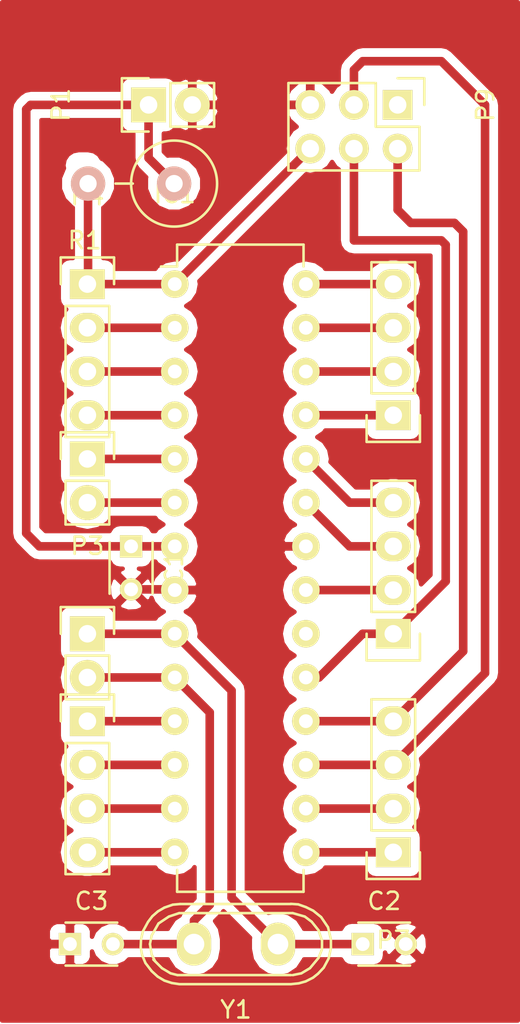
<source format=kicad_pcb>
(kicad_pcb (version 4) (host pcbnew 4.0.0-1rc2.201511201506+6189~38~ubuntu15.04.1-stable)

  (general
    (links 44)
    (no_connects 2)
    (area 0 0 0 0)
    (thickness 1.6)
    (drawings 0)
    (tracks 70)
    (zones 0)
    (modules 15)
    (nets 27)
  )

  (page A4)
  (layers
    (0 F.Cu signal)
    (31 B.Cu signal)
    (32 B.Adhes user)
    (33 F.Adhes user)
    (34 B.Paste user)
    (35 F.Paste user)
    (36 B.SilkS user)
    (37 F.SilkS user)
    (38 B.Mask user)
    (39 F.Mask user)
    (40 Dwgs.User user)
    (41 Cmts.User user)
    (42 Eco1.User user)
    (43 Eco2.User user)
    (44 Edge.Cuts user)
    (45 Margin user)
    (46 B.CrtYd user)
    (47 F.CrtYd user)
    (48 B.Fab user)
    (49 F.Fab user)
  )

  (setup
    (last_trace_width 0.5)
    (trace_clearance 0.3)
    (zone_clearance 0.508)
    (zone_45_only no)
    (trace_min 0.2)
    (segment_width 0.2)
    (edge_width 0.1)
    (via_size 0.6)
    (via_drill 0.4)
    (via_min_size 0.4)
    (via_min_drill 0.3)
    (uvia_size 0.3)
    (uvia_drill 0.1)
    (uvias_allowed no)
    (uvia_min_size 0.2)
    (uvia_min_drill 0.1)
    (pcb_text_width 0.3)
    (pcb_text_size 1.5 1.5)
    (mod_edge_width 0.15)
    (mod_text_size 1 1)
    (mod_text_width 0.15)
    (pad_size 1.5 1.5)
    (pad_drill 0.6)
    (pad_to_mask_clearance 0)
    (aux_axis_origin 0 0)
    (visible_elements FFFFFF7F)
    (pcbplotparams
      (layerselection 0x00030_80000001)
      (usegerberextensions false)
      (excludeedgelayer true)
      (linewidth 0.100000)
      (plotframeref false)
      (viasonmask false)
      (mode 1)
      (useauxorigin false)
      (hpglpennumber 1)
      (hpglpenspeed 20)
      (hpglpendiameter 15)
      (hpglpenoverlay 2)
      (psnegative false)
      (psa4output false)
      (plotreference true)
      (plotvalue true)
      (plotinvisibletext false)
      (padsonsilk false)
      (subtractmaskfromsilk false)
      (outputformat 1)
      (mirror false)
      (drillshape 1)
      (scaleselection 1)
      (outputdirectory ""))
  )

  (net 0 "")
  (net 1 +5V)
  (net 2 GND)
  (net 3 XTAL1)
  (net 4 XTAL2)
  (net 5 RESET)
  (net 6 PD0)
  (net 7 PD1)
  (net 8 PD2)
  (net 9 PD3)
  (net 10 PD4)
  (net 11 PD5)
  (net 12 PD6)
  (net 13 PD7)
  (net 14 PB0)
  (net 15 PB1)
  (net 16 PB2)
  (net 17 MOSI)
  (net 18 MISO)
  (net 19 SCK)
  (net 20 AREF)
  (net 21 PC0)
  (net 22 PC1)
  (net 23 PC2)
  (net 24 PC3)
  (net 25 PC4)
  (net 26 PC5)

  (net_class Default "This is the default net class."
    (clearance 0.3)
    (trace_width 0.5)
    (via_dia 0.6)
    (via_drill 0.4)
    (uvia_dia 0.3)
    (uvia_drill 0.1)
    (add_net +5V)
    (add_net AREF)
    (add_net GND)
    (add_net MISO)
    (add_net MOSI)
    (add_net PB0)
    (add_net PB1)
    (add_net PB2)
    (add_net PC0)
    (add_net PC1)
    (add_net PC2)
    (add_net PC3)
    (add_net PC4)
    (add_net PC5)
    (add_net PD0)
    (add_net PD1)
    (add_net PD2)
    (add_net PD3)
    (add_net PD4)
    (add_net PD5)
    (add_net PD6)
    (add_net PD7)
    (add_net RESET)
    (add_net SCK)
    (add_net XTAL1)
    (add_net XTAL2)
  )

  (module Capacitors_ThroughHole:C_Disc_D3_P2.5 (layer F.Cu) (tedit 568FE51D) (tstamp 568FE3DD)
    (at 19.812 44.45 270)
    (descr "Capacitor 3mm Disc, Pitch 2.5mm")
    (tags Capacitor)
    (path /568D630B)
    (fp_text reference C1 (at 1.25 -2.5 270) (layer F.SilkS)
      (effects (font (size 1 1) (thickness 0.15)))
    )
    (fp_text value 100mF (at 1.25 2.5 360) (layer F.Fab)
      (effects (font (size 1 1) (thickness 0.15)))
    )
    (fp_line (start -0.9 -1.5) (end 3.4 -1.5) (layer F.CrtYd) (width 0.05))
    (fp_line (start 3.4 -1.5) (end 3.4 1.5) (layer F.CrtYd) (width 0.05))
    (fp_line (start 3.4 1.5) (end -0.9 1.5) (layer F.CrtYd) (width 0.05))
    (fp_line (start -0.9 1.5) (end -0.9 -1.5) (layer F.CrtYd) (width 0.05))
    (fp_line (start -0.25 -1.25) (end 2.75 -1.25) (layer F.SilkS) (width 0.15))
    (fp_line (start 2.75 1.25) (end -0.25 1.25) (layer F.SilkS) (width 0.15))
    (pad 1 thru_hole rect (at 0 0 270) (size 1.3 1.3) (drill 0.8) (layers *.Cu *.Mask F.SilkS)
      (net 1 +5V))
    (pad 2 thru_hole circle (at 2.5 0 270) (size 1.3 1.3) (drill 0.8001) (layers *.Cu *.Mask F.SilkS)
      (net 2 GND))
    (model Capacitors_ThroughHole.3dshapes/C_Disc_D3_P2.5.wrl
      (at (xyz 0.0492126 0 0))
      (scale (xyz 1 1 1))
      (rotate (xyz 0 0 0))
    )
  )

  (module Capacitors_ThroughHole:C_Disc_D3_P2.5 (layer F.Cu) (tedit 0) (tstamp 568FE3E3)
    (at 33.274 67.564)
    (descr "Capacitor 3mm Disc, Pitch 2.5mm")
    (tags Capacitor)
    (path /568D6C7A)
    (fp_text reference C2 (at 1.25 -2.5) (layer F.SilkS)
      (effects (font (size 1 1) (thickness 0.15)))
    )
    (fp_text value 22pF (at 1.25 2.5) (layer F.Fab)
      (effects (font (size 1 1) (thickness 0.15)))
    )
    (fp_line (start -0.9 -1.5) (end 3.4 -1.5) (layer F.CrtYd) (width 0.05))
    (fp_line (start 3.4 -1.5) (end 3.4 1.5) (layer F.CrtYd) (width 0.05))
    (fp_line (start 3.4 1.5) (end -0.9 1.5) (layer F.CrtYd) (width 0.05))
    (fp_line (start -0.9 1.5) (end -0.9 -1.5) (layer F.CrtYd) (width 0.05))
    (fp_line (start -0.25 -1.25) (end 2.75 -1.25) (layer F.SilkS) (width 0.15))
    (fp_line (start 2.75 1.25) (end -0.25 1.25) (layer F.SilkS) (width 0.15))
    (pad 1 thru_hole rect (at 0 0) (size 1.3 1.3) (drill 0.8) (layers *.Cu *.Mask F.SilkS)
      (net 3 XTAL1))
    (pad 2 thru_hole circle (at 2.5 0) (size 1.3 1.3) (drill 0.8001) (layers *.Cu *.Mask F.SilkS)
      (net 2 GND))
    (model Capacitors_ThroughHole.3dshapes/C_Disc_D3_P2.5.wrl
      (at (xyz 0.0492126 0 0))
      (scale (xyz 1 1 1))
      (rotate (xyz 0 0 0))
    )
  )

  (module Capacitors_ThroughHole:C_Disc_D3_P2.5 (layer F.Cu) (tedit 0) (tstamp 568FE3E9)
    (at 16.256 67.564)
    (descr "Capacitor 3mm Disc, Pitch 2.5mm")
    (tags Capacitor)
    (path /568D6CB7)
    (fp_text reference C3 (at 1.25 -2.5) (layer F.SilkS)
      (effects (font (size 1 1) (thickness 0.15)))
    )
    (fp_text value 22pF (at 1.25 2.5) (layer F.Fab)
      (effects (font (size 1 1) (thickness 0.15)))
    )
    (fp_line (start -0.9 -1.5) (end 3.4 -1.5) (layer F.CrtYd) (width 0.05))
    (fp_line (start 3.4 -1.5) (end 3.4 1.5) (layer F.CrtYd) (width 0.05))
    (fp_line (start 3.4 1.5) (end -0.9 1.5) (layer F.CrtYd) (width 0.05))
    (fp_line (start -0.9 1.5) (end -0.9 -1.5) (layer F.CrtYd) (width 0.05))
    (fp_line (start -0.25 -1.25) (end 2.75 -1.25) (layer F.SilkS) (width 0.15))
    (fp_line (start 2.75 1.25) (end -0.25 1.25) (layer F.SilkS) (width 0.15))
    (pad 1 thru_hole rect (at 0 0) (size 1.3 1.3) (drill 0.8) (layers *.Cu *.Mask F.SilkS)
      (net 2 GND))
    (pad 2 thru_hole circle (at 2.5 0) (size 1.3 1.3) (drill 0.8001) (layers *.Cu *.Mask F.SilkS)
      (net 4 XTAL2))
    (model Capacitors_ThroughHole.3dshapes/C_Disc_D3_P2.5.wrl
      (at (xyz 0.0492126 0 0))
      (scale (xyz 1 1 1))
      (rotate (xyz 0 0 0))
    )
  )

  (module Housings_DIP:DIP-28_W7.62mm (layer F.Cu) (tedit 54130A77) (tstamp 568FE409)
    (at 22.352 29.21)
    (descr "28-lead dip package, row spacing 7.62 mm (300 mils)")
    (tags "dil dip 2.54 300")
    (path /568D613D)
    (fp_text reference IC1 (at 0 -5.22) (layer F.SilkS)
      (effects (font (size 1 1) (thickness 0.15)))
    )
    (fp_text value ATMEGA328-P (at 0 -3.72) (layer F.Fab)
      (effects (font (size 1 1) (thickness 0.15)))
    )
    (fp_line (start -1.05 -2.45) (end -1.05 35.5) (layer F.CrtYd) (width 0.05))
    (fp_line (start 8.65 -2.45) (end 8.65 35.5) (layer F.CrtYd) (width 0.05))
    (fp_line (start -1.05 -2.45) (end 8.65 -2.45) (layer F.CrtYd) (width 0.05))
    (fp_line (start -1.05 35.5) (end 8.65 35.5) (layer F.CrtYd) (width 0.05))
    (fp_line (start 0.135 -2.295) (end 0.135 -1.025) (layer F.SilkS) (width 0.15))
    (fp_line (start 7.485 -2.295) (end 7.485 -1.025) (layer F.SilkS) (width 0.15))
    (fp_line (start 7.485 35.315) (end 7.485 34.045) (layer F.SilkS) (width 0.15))
    (fp_line (start 0.135 35.315) (end 0.135 34.045) (layer F.SilkS) (width 0.15))
    (fp_line (start 0.135 -2.295) (end 7.485 -2.295) (layer F.SilkS) (width 0.15))
    (fp_line (start 0.135 35.315) (end 7.485 35.315) (layer F.SilkS) (width 0.15))
    (fp_line (start 0.135 -1.025) (end -0.8 -1.025) (layer F.SilkS) (width 0.15))
    (pad 1 thru_hole oval (at 0 0) (size 1.6 1.6) (drill 0.8) (layers *.Cu *.Mask F.SilkS)
      (net 5 RESET))
    (pad 2 thru_hole oval (at 0 2.54) (size 1.6 1.6) (drill 0.8) (layers *.Cu *.Mask F.SilkS)
      (net 6 PD0))
    (pad 3 thru_hole oval (at 0 5.08) (size 1.6 1.6) (drill 0.8) (layers *.Cu *.Mask F.SilkS)
      (net 7 PD1))
    (pad 4 thru_hole oval (at 0 7.62) (size 1.6 1.6) (drill 0.8) (layers *.Cu *.Mask F.SilkS)
      (net 8 PD2))
    (pad 5 thru_hole oval (at 0 10.16) (size 1.6 1.6) (drill 0.8) (layers *.Cu *.Mask F.SilkS)
      (net 9 PD3))
    (pad 6 thru_hole oval (at 0 12.7) (size 1.6 1.6) (drill 0.8) (layers *.Cu *.Mask F.SilkS)
      (net 10 PD4))
    (pad 7 thru_hole oval (at 0 15.24) (size 1.6 1.6) (drill 0.8) (layers *.Cu *.Mask F.SilkS)
      (net 1 +5V))
    (pad 8 thru_hole oval (at 0 17.78) (size 1.6 1.6) (drill 0.8) (layers *.Cu *.Mask F.SilkS)
      (net 2 GND))
    (pad 9 thru_hole oval (at 0 20.32) (size 1.6 1.6) (drill 0.8) (layers *.Cu *.Mask F.SilkS)
      (net 3 XTAL1))
    (pad 10 thru_hole oval (at 0 22.86) (size 1.6 1.6) (drill 0.8) (layers *.Cu *.Mask F.SilkS)
      (net 4 XTAL2))
    (pad 11 thru_hole oval (at 0 25.4) (size 1.6 1.6) (drill 0.8) (layers *.Cu *.Mask F.SilkS)
      (net 11 PD5))
    (pad 12 thru_hole oval (at 0 27.94) (size 1.6 1.6) (drill 0.8) (layers *.Cu *.Mask F.SilkS)
      (net 12 PD6))
    (pad 13 thru_hole oval (at 0 30.48) (size 1.6 1.6) (drill 0.8) (layers *.Cu *.Mask F.SilkS)
      (net 13 PD7))
    (pad 14 thru_hole oval (at 0 33.02) (size 1.6 1.6) (drill 0.8) (layers *.Cu *.Mask F.SilkS)
      (net 14 PB0))
    (pad 15 thru_hole oval (at 7.62 33.02) (size 1.6 1.6) (drill 0.8) (layers *.Cu *.Mask F.SilkS)
      (net 15 PB1))
    (pad 16 thru_hole oval (at 7.62 30.48) (size 1.6 1.6) (drill 0.8) (layers *.Cu *.Mask F.SilkS)
      (net 16 PB2))
    (pad 17 thru_hole oval (at 7.62 27.94) (size 1.6 1.6) (drill 0.8) (layers *.Cu *.Mask F.SilkS)
      (net 17 MOSI))
    (pad 18 thru_hole oval (at 7.62 25.4) (size 1.6 1.6) (drill 0.8) (layers *.Cu *.Mask F.SilkS)
      (net 18 MISO))
    (pad 19 thru_hole oval (at 7.62 22.86) (size 1.6 1.6) (drill 0.8) (layers *.Cu *.Mask F.SilkS)
      (net 19 SCK))
    (pad 20 thru_hole oval (at 7.62 20.32) (size 1.6 1.6) (drill 0.8) (layers *.Cu *.Mask F.SilkS)
      (net 1 +5V))
    (pad 21 thru_hole oval (at 7.62 17.78) (size 1.6 1.6) (drill 0.8) (layers *.Cu *.Mask F.SilkS)
      (net 20 AREF))
    (pad 22 thru_hole oval (at 7.62 15.24) (size 1.6 1.6) (drill 0.8) (layers *.Cu *.Mask F.SilkS)
      (net 2 GND))
    (pad 23 thru_hole oval (at 7.62 12.7) (size 1.6 1.6) (drill 0.8) (layers *.Cu *.Mask F.SilkS)
      (net 21 PC0))
    (pad 24 thru_hole oval (at 7.62 10.16) (size 1.6 1.6) (drill 0.8) (layers *.Cu *.Mask F.SilkS)
      (net 22 PC1))
    (pad 25 thru_hole oval (at 7.62 7.62) (size 1.6 1.6) (drill 0.8) (layers *.Cu *.Mask F.SilkS)
      (net 23 PC2))
    (pad 26 thru_hole oval (at 7.62 5.08) (size 1.6 1.6) (drill 0.8) (layers *.Cu *.Mask F.SilkS)
      (net 24 PC3))
    (pad 27 thru_hole oval (at 7.62 2.54) (size 1.6 1.6) (drill 0.8) (layers *.Cu *.Mask F.SilkS)
      (net 25 PC4))
    (pad 28 thru_hole oval (at 7.62 0) (size 1.6 1.6) (drill 0.8) (layers *.Cu *.Mask F.SilkS)
      (net 26 PC5))
    (model Housings_DIP.3dshapes/DIP-28_W7.62mm.wrl
      (at (xyz 0 0 0))
      (scale (xyz 1 1 1))
      (rotate (xyz 0 0 0))
    )
  )

  (module Pin_Headers:Pin_Header_Straight_1x02 (layer F.Cu) (tedit 54EA090C) (tstamp 568FE40F)
    (at 20.828 18.796 90)
    (descr "Through hole pin header")
    (tags "pin header")
    (path /568DB809)
    (fp_text reference P1 (at 0 -5.1 90) (layer F.SilkS)
      (effects (font (size 1 1) (thickness 0.15)))
    )
    (fp_text value CONN_01X02 (at 0 -3.1 90) (layer F.Fab)
      (effects (font (size 1 1) (thickness 0.15)))
    )
    (fp_line (start 1.27 1.27) (end 1.27 3.81) (layer F.SilkS) (width 0.15))
    (fp_line (start 1.55 -1.55) (end 1.55 0) (layer F.SilkS) (width 0.15))
    (fp_line (start -1.75 -1.75) (end -1.75 4.3) (layer F.CrtYd) (width 0.05))
    (fp_line (start 1.75 -1.75) (end 1.75 4.3) (layer F.CrtYd) (width 0.05))
    (fp_line (start -1.75 -1.75) (end 1.75 -1.75) (layer F.CrtYd) (width 0.05))
    (fp_line (start -1.75 4.3) (end 1.75 4.3) (layer F.CrtYd) (width 0.05))
    (fp_line (start 1.27 1.27) (end -1.27 1.27) (layer F.SilkS) (width 0.15))
    (fp_line (start -1.55 0) (end -1.55 -1.55) (layer F.SilkS) (width 0.15))
    (fp_line (start -1.55 -1.55) (end 1.55 -1.55) (layer F.SilkS) (width 0.15))
    (fp_line (start -1.27 1.27) (end -1.27 3.81) (layer F.SilkS) (width 0.15))
    (fp_line (start -1.27 3.81) (end 1.27 3.81) (layer F.SilkS) (width 0.15))
    (pad 1 thru_hole rect (at 0 0 90) (size 2.032 2.032) (drill 1.016) (layers *.Cu *.Mask F.SilkS)
      (net 1 +5V))
    (pad 2 thru_hole oval (at 0 2.54 90) (size 2.032 2.032) (drill 1.016) (layers *.Cu *.Mask F.SilkS)
      (net 2 GND))
    (model Pin_Headers.3dshapes/Pin_Header_Straight_1x02.wrl
      (at (xyz 0 -0.05 0))
      (scale (xyz 1 1 1))
      (rotate (xyz 0 0 90))
    )
  )

  (module Pin_Headers:Pin_Header_Straight_1x04 (layer F.Cu) (tedit 0) (tstamp 568FE417)
    (at 17.272 54.61)
    (descr "Through hole pin header")
    (tags "pin header")
    (path /568D8BC4)
    (fp_text reference P2 (at 0 -5.1) (layer F.SilkS)
      (effects (font (size 1 1) (thickness 0.15)))
    )
    (fp_text value Conn_3 (at 0 -3.1) (layer F.Fab)
      (effects (font (size 1 1) (thickness 0.15)))
    )
    (fp_line (start -1.75 -1.75) (end -1.75 9.4) (layer F.CrtYd) (width 0.05))
    (fp_line (start 1.75 -1.75) (end 1.75 9.4) (layer F.CrtYd) (width 0.05))
    (fp_line (start -1.75 -1.75) (end 1.75 -1.75) (layer F.CrtYd) (width 0.05))
    (fp_line (start -1.75 9.4) (end 1.75 9.4) (layer F.CrtYd) (width 0.05))
    (fp_line (start -1.27 1.27) (end -1.27 8.89) (layer F.SilkS) (width 0.15))
    (fp_line (start 1.27 1.27) (end 1.27 8.89) (layer F.SilkS) (width 0.15))
    (fp_line (start 1.55 -1.55) (end 1.55 0) (layer F.SilkS) (width 0.15))
    (fp_line (start -1.27 8.89) (end 1.27 8.89) (layer F.SilkS) (width 0.15))
    (fp_line (start 1.27 1.27) (end -1.27 1.27) (layer F.SilkS) (width 0.15))
    (fp_line (start -1.55 0) (end -1.55 -1.55) (layer F.SilkS) (width 0.15))
    (fp_line (start -1.55 -1.55) (end 1.55 -1.55) (layer F.SilkS) (width 0.15))
    (pad 1 thru_hole rect (at 0 0) (size 2.032 1.7272) (drill 1.016) (layers *.Cu *.Mask F.SilkS)
      (net 11 PD5))
    (pad 2 thru_hole oval (at 0 2.54) (size 2.032 1.7272) (drill 1.016) (layers *.Cu *.Mask F.SilkS)
      (net 12 PD6))
    (pad 3 thru_hole oval (at 0 5.08) (size 2.032 1.7272) (drill 1.016) (layers *.Cu *.Mask F.SilkS)
      (net 13 PD7))
    (pad 4 thru_hole oval (at 0 7.62) (size 2.032 1.7272) (drill 1.016) (layers *.Cu *.Mask F.SilkS)
      (net 14 PB0))
    (model Pin_Headers.3dshapes/Pin_Header_Straight_1x04.wrl
      (at (xyz 0 -0.15 0))
      (scale (xyz 1 1 1))
      (rotate (xyz 0 0 90))
    )
  )

  (module Pin_Headers:Pin_Header_Straight_1x02 (layer F.Cu) (tedit 54EA090C) (tstamp 568FE41D)
    (at 17.272 49.53)
    (descr "Through hole pin header")
    (tags "pin header")
    (path /568FDE7D)
    (fp_text reference P3 (at 0 -5.1) (layer F.SilkS)
      (effects (font (size 1 1) (thickness 0.15)))
    )
    (fp_text value Conn_2b (at 0 -3.1) (layer F.Fab)
      (effects (font (size 1 1) (thickness 0.15)))
    )
    (fp_line (start 1.27 1.27) (end 1.27 3.81) (layer F.SilkS) (width 0.15))
    (fp_line (start 1.55 -1.55) (end 1.55 0) (layer F.SilkS) (width 0.15))
    (fp_line (start -1.75 -1.75) (end -1.75 4.3) (layer F.CrtYd) (width 0.05))
    (fp_line (start 1.75 -1.75) (end 1.75 4.3) (layer F.CrtYd) (width 0.05))
    (fp_line (start -1.75 -1.75) (end 1.75 -1.75) (layer F.CrtYd) (width 0.05))
    (fp_line (start -1.75 4.3) (end 1.75 4.3) (layer F.CrtYd) (width 0.05))
    (fp_line (start 1.27 1.27) (end -1.27 1.27) (layer F.SilkS) (width 0.15))
    (fp_line (start -1.55 0) (end -1.55 -1.55) (layer F.SilkS) (width 0.15))
    (fp_line (start -1.55 -1.55) (end 1.55 -1.55) (layer F.SilkS) (width 0.15))
    (fp_line (start -1.27 1.27) (end -1.27 3.81) (layer F.SilkS) (width 0.15))
    (fp_line (start -1.27 3.81) (end 1.27 3.81) (layer F.SilkS) (width 0.15))
    (pad 1 thru_hole rect (at 0 0) (size 2.032 2.032) (drill 1.016) (layers *.Cu *.Mask F.SilkS)
      (net 3 XTAL1))
    (pad 2 thru_hole oval (at 0 2.54) (size 2.032 2.032) (drill 1.016) (layers *.Cu *.Mask F.SilkS)
      (net 4 XTAL2))
    (model Pin_Headers.3dshapes/Pin_Header_Straight_1x02.wrl
      (at (xyz 0 -0.05 0))
      (scale (xyz 1 1 1))
      (rotate (xyz 0 0 90))
    )
  )

  (module Pin_Headers:Pin_Header_Straight_1x04 (layer F.Cu) (tedit 0) (tstamp 568FE425)
    (at 17.272 29.21)
    (descr "Through hole pin header")
    (tags "pin header")
    (path /568D8ABA)
    (fp_text reference P4 (at 0 -5.1) (layer F.SilkS)
      (effects (font (size 1 1) (thickness 0.15)))
    )
    (fp_text value Conn_1 (at 0 -3.1) (layer F.Fab)
      (effects (font (size 1 1) (thickness 0.15)))
    )
    (fp_line (start -1.75 -1.75) (end -1.75 9.4) (layer F.CrtYd) (width 0.05))
    (fp_line (start 1.75 -1.75) (end 1.75 9.4) (layer F.CrtYd) (width 0.05))
    (fp_line (start -1.75 -1.75) (end 1.75 -1.75) (layer F.CrtYd) (width 0.05))
    (fp_line (start -1.75 9.4) (end 1.75 9.4) (layer F.CrtYd) (width 0.05))
    (fp_line (start -1.27 1.27) (end -1.27 8.89) (layer F.SilkS) (width 0.15))
    (fp_line (start 1.27 1.27) (end 1.27 8.89) (layer F.SilkS) (width 0.15))
    (fp_line (start 1.55 -1.55) (end 1.55 0) (layer F.SilkS) (width 0.15))
    (fp_line (start -1.27 8.89) (end 1.27 8.89) (layer F.SilkS) (width 0.15))
    (fp_line (start 1.27 1.27) (end -1.27 1.27) (layer F.SilkS) (width 0.15))
    (fp_line (start -1.55 0) (end -1.55 -1.55) (layer F.SilkS) (width 0.15))
    (fp_line (start -1.55 -1.55) (end 1.55 -1.55) (layer F.SilkS) (width 0.15))
    (pad 1 thru_hole rect (at 0 0) (size 2.032 1.7272) (drill 1.016) (layers *.Cu *.Mask F.SilkS)
      (net 5 RESET))
    (pad 2 thru_hole oval (at 0 2.54) (size 2.032 1.7272) (drill 1.016) (layers *.Cu *.Mask F.SilkS)
      (net 6 PD0))
    (pad 3 thru_hole oval (at 0 5.08) (size 2.032 1.7272) (drill 1.016) (layers *.Cu *.Mask F.SilkS)
      (net 7 PD1))
    (pad 4 thru_hole oval (at 0 7.62) (size 2.032 1.7272) (drill 1.016) (layers *.Cu *.Mask F.SilkS)
      (net 8 PD2))
    (model Pin_Headers.3dshapes/Pin_Header_Straight_1x04.wrl
      (at (xyz 0 -0.15 0))
      (scale (xyz 1 1 1))
      (rotate (xyz 0 0 90))
    )
  )

  (module Pin_Headers:Pin_Header_Straight_1x04 (layer F.Cu) (tedit 0) (tstamp 568FE42D)
    (at 35.052 49.53 180)
    (descr "Through hole pin header")
    (tags "pin header")
    (path /568D8D5A)
    (fp_text reference P5 (at 0 -5.1 180) (layer F.SilkS)
      (effects (font (size 1 1) (thickness 0.15)))
    )
    (fp_text value Conn_5 (at 0 -3.1 180) (layer F.Fab)
      (effects (font (size 1 1) (thickness 0.15)))
    )
    (fp_line (start -1.75 -1.75) (end -1.75 9.4) (layer F.CrtYd) (width 0.05))
    (fp_line (start 1.75 -1.75) (end 1.75 9.4) (layer F.CrtYd) (width 0.05))
    (fp_line (start -1.75 -1.75) (end 1.75 -1.75) (layer F.CrtYd) (width 0.05))
    (fp_line (start -1.75 9.4) (end 1.75 9.4) (layer F.CrtYd) (width 0.05))
    (fp_line (start -1.27 1.27) (end -1.27 8.89) (layer F.SilkS) (width 0.15))
    (fp_line (start 1.27 1.27) (end 1.27 8.89) (layer F.SilkS) (width 0.15))
    (fp_line (start 1.55 -1.55) (end 1.55 0) (layer F.SilkS) (width 0.15))
    (fp_line (start -1.27 8.89) (end 1.27 8.89) (layer F.SilkS) (width 0.15))
    (fp_line (start 1.27 1.27) (end -1.27 1.27) (layer F.SilkS) (width 0.15))
    (fp_line (start -1.55 0) (end -1.55 -1.55) (layer F.SilkS) (width 0.15))
    (fp_line (start -1.55 -1.55) (end 1.55 -1.55) (layer F.SilkS) (width 0.15))
    (pad 1 thru_hole rect (at 0 0 180) (size 2.032 1.7272) (drill 1.016) (layers *.Cu *.Mask F.SilkS)
      (net 19 SCK))
    (pad 2 thru_hole oval (at 0 2.54 180) (size 2.032 1.7272) (drill 1.016) (layers *.Cu *.Mask F.SilkS)
      (net 20 AREF))
    (pad 3 thru_hole oval (at 0 5.08 180) (size 2.032 1.7272) (drill 1.016) (layers *.Cu *.Mask F.SilkS)
      (net 21 PC0))
    (pad 4 thru_hole oval (at 0 7.62 180) (size 2.032 1.7272) (drill 1.016) (layers *.Cu *.Mask F.SilkS)
      (net 22 PC1))
    (model Pin_Headers.3dshapes/Pin_Header_Straight_1x04.wrl
      (at (xyz 0 -0.15 0))
      (scale (xyz 1 1 1))
      (rotate (xyz 0 0 90))
    )
  )

  (module Pin_Headers:Pin_Header_Straight_1x04 (layer F.Cu) (tedit 0) (tstamp 568FE435)
    (at 35.052 36.83 180)
    (descr "Through hole pin header")
    (tags "pin header")
    (path /568D8D99)
    (fp_text reference P6 (at 0 -5.1 180) (layer F.SilkS)
      (effects (font (size 1 1) (thickness 0.15)))
    )
    (fp_text value Conn_6 (at 0 -3.1 180) (layer F.Fab)
      (effects (font (size 1 1) (thickness 0.15)))
    )
    (fp_line (start -1.75 -1.75) (end -1.75 9.4) (layer F.CrtYd) (width 0.05))
    (fp_line (start 1.75 -1.75) (end 1.75 9.4) (layer F.CrtYd) (width 0.05))
    (fp_line (start -1.75 -1.75) (end 1.75 -1.75) (layer F.CrtYd) (width 0.05))
    (fp_line (start -1.75 9.4) (end 1.75 9.4) (layer F.CrtYd) (width 0.05))
    (fp_line (start -1.27 1.27) (end -1.27 8.89) (layer F.SilkS) (width 0.15))
    (fp_line (start 1.27 1.27) (end 1.27 8.89) (layer F.SilkS) (width 0.15))
    (fp_line (start 1.55 -1.55) (end 1.55 0) (layer F.SilkS) (width 0.15))
    (fp_line (start -1.27 8.89) (end 1.27 8.89) (layer F.SilkS) (width 0.15))
    (fp_line (start 1.27 1.27) (end -1.27 1.27) (layer F.SilkS) (width 0.15))
    (fp_line (start -1.55 0) (end -1.55 -1.55) (layer F.SilkS) (width 0.15))
    (fp_line (start -1.55 -1.55) (end 1.55 -1.55) (layer F.SilkS) (width 0.15))
    (pad 1 thru_hole rect (at 0 0 180) (size 2.032 1.7272) (drill 1.016) (layers *.Cu *.Mask F.SilkS)
      (net 23 PC2))
    (pad 2 thru_hole oval (at 0 2.54 180) (size 2.032 1.7272) (drill 1.016) (layers *.Cu *.Mask F.SilkS)
      (net 24 PC3))
    (pad 3 thru_hole oval (at 0 5.08 180) (size 2.032 1.7272) (drill 1.016) (layers *.Cu *.Mask F.SilkS)
      (net 25 PC4))
    (pad 4 thru_hole oval (at 0 7.62 180) (size 2.032 1.7272) (drill 1.016) (layers *.Cu *.Mask F.SilkS)
      (net 26 PC5))
    (model Pin_Headers.3dshapes/Pin_Header_Straight_1x04.wrl
      (at (xyz 0 -0.15 0))
      (scale (xyz 1 1 1))
      (rotate (xyz 0 0 90))
    )
  )

  (module Pin_Headers:Pin_Header_Straight_1x04 (layer F.Cu) (tedit 0) (tstamp 568FE43D)
    (at 35.052 62.23 180)
    (descr "Through hole pin header")
    (tags "pin header")
    (path /568DCB7F)
    (fp_text reference P7 (at 0 -5.1 180) (layer F.SilkS)
      (effects (font (size 1 1) (thickness 0.15)))
    )
    (fp_text value Conn_4 (at 0 -3.1 180) (layer F.Fab)
      (effects (font (size 1 1) (thickness 0.15)))
    )
    (fp_line (start -1.75 -1.75) (end -1.75 9.4) (layer F.CrtYd) (width 0.05))
    (fp_line (start 1.75 -1.75) (end 1.75 9.4) (layer F.CrtYd) (width 0.05))
    (fp_line (start -1.75 -1.75) (end 1.75 -1.75) (layer F.CrtYd) (width 0.05))
    (fp_line (start -1.75 9.4) (end 1.75 9.4) (layer F.CrtYd) (width 0.05))
    (fp_line (start -1.27 1.27) (end -1.27 8.89) (layer F.SilkS) (width 0.15))
    (fp_line (start 1.27 1.27) (end 1.27 8.89) (layer F.SilkS) (width 0.15))
    (fp_line (start 1.55 -1.55) (end 1.55 0) (layer F.SilkS) (width 0.15))
    (fp_line (start -1.27 8.89) (end 1.27 8.89) (layer F.SilkS) (width 0.15))
    (fp_line (start 1.27 1.27) (end -1.27 1.27) (layer F.SilkS) (width 0.15))
    (fp_line (start -1.55 0) (end -1.55 -1.55) (layer F.SilkS) (width 0.15))
    (fp_line (start -1.55 -1.55) (end 1.55 -1.55) (layer F.SilkS) (width 0.15))
    (pad 1 thru_hole rect (at 0 0 180) (size 2.032 1.7272) (drill 1.016) (layers *.Cu *.Mask F.SilkS)
      (net 15 PB1))
    (pad 2 thru_hole oval (at 0 2.54 180) (size 2.032 1.7272) (drill 1.016) (layers *.Cu *.Mask F.SilkS)
      (net 16 PB2))
    (pad 3 thru_hole oval (at 0 5.08 180) (size 2.032 1.7272) (drill 1.016) (layers *.Cu *.Mask F.SilkS)
      (net 17 MOSI))
    (pad 4 thru_hole oval (at 0 7.62 180) (size 2.032 1.7272) (drill 1.016) (layers *.Cu *.Mask F.SilkS)
      (net 18 MISO))
    (model Pin_Headers.3dshapes/Pin_Header_Straight_1x04.wrl
      (at (xyz 0 -0.15 0))
      (scale (xyz 1 1 1))
      (rotate (xyz 0 0 90))
    )
  )

  (module Pin_Headers:Pin_Header_Straight_1x02 (layer F.Cu) (tedit 54EA090C) (tstamp 568FE443)
    (at 17.272 39.37)
    (descr "Through hole pin header")
    (tags "pin header")
    (path /568FE621)
    (fp_text reference P8 (at 0 -5.1) (layer F.SilkS)
      (effects (font (size 1 1) (thickness 0.15)))
    )
    (fp_text value Conn_2b (at 0 -3.1) (layer F.Fab)
      (effects (font (size 1 1) (thickness 0.15)))
    )
    (fp_line (start 1.27 1.27) (end 1.27 3.81) (layer F.SilkS) (width 0.15))
    (fp_line (start 1.55 -1.55) (end 1.55 0) (layer F.SilkS) (width 0.15))
    (fp_line (start -1.75 -1.75) (end -1.75 4.3) (layer F.CrtYd) (width 0.05))
    (fp_line (start 1.75 -1.75) (end 1.75 4.3) (layer F.CrtYd) (width 0.05))
    (fp_line (start -1.75 -1.75) (end 1.75 -1.75) (layer F.CrtYd) (width 0.05))
    (fp_line (start -1.75 4.3) (end 1.75 4.3) (layer F.CrtYd) (width 0.05))
    (fp_line (start 1.27 1.27) (end -1.27 1.27) (layer F.SilkS) (width 0.15))
    (fp_line (start -1.55 0) (end -1.55 -1.55) (layer F.SilkS) (width 0.15))
    (fp_line (start -1.55 -1.55) (end 1.55 -1.55) (layer F.SilkS) (width 0.15))
    (fp_line (start -1.27 1.27) (end -1.27 3.81) (layer F.SilkS) (width 0.15))
    (fp_line (start -1.27 3.81) (end 1.27 3.81) (layer F.SilkS) (width 0.15))
    (pad 1 thru_hole rect (at 0 0) (size 2.032 2.032) (drill 1.016) (layers *.Cu *.Mask F.SilkS)
      (net 9 PD3))
    (pad 2 thru_hole oval (at 0 2.54) (size 2.032 2.032) (drill 1.016) (layers *.Cu *.Mask F.SilkS)
      (net 10 PD4))
    (model Pin_Headers.3dshapes/Pin_Header_Straight_1x02.wrl
      (at (xyz 0 -0.05 0))
      (scale (xyz 1 1 1))
      (rotate (xyz 0 0 90))
    )
  )

  (module Pin_Headers:Pin_Header_Straight_2x03 (layer F.Cu) (tedit 54EA0A4B) (tstamp 568FE44D)
    (at 35.306 18.796 270)
    (descr "Through hole pin header")
    (tags "pin header")
    (path /568D6509)
    (fp_text reference P9 (at 0 -5.1 270) (layer F.SilkS)
      (effects (font (size 1 1) (thickness 0.15)))
    )
    (fp_text value "6Pin Connector" (at 0 -3.1 270) (layer F.Fab)
      (effects (font (size 1 1) (thickness 0.15)))
    )
    (fp_line (start -1.27 1.27) (end -1.27 6.35) (layer F.SilkS) (width 0.15))
    (fp_line (start -1.55 -1.55) (end 0 -1.55) (layer F.SilkS) (width 0.15))
    (fp_line (start -1.75 -1.75) (end -1.75 6.85) (layer F.CrtYd) (width 0.05))
    (fp_line (start 4.3 -1.75) (end 4.3 6.85) (layer F.CrtYd) (width 0.05))
    (fp_line (start -1.75 -1.75) (end 4.3 -1.75) (layer F.CrtYd) (width 0.05))
    (fp_line (start -1.75 6.85) (end 4.3 6.85) (layer F.CrtYd) (width 0.05))
    (fp_line (start 1.27 -1.27) (end 1.27 1.27) (layer F.SilkS) (width 0.15))
    (fp_line (start 1.27 1.27) (end -1.27 1.27) (layer F.SilkS) (width 0.15))
    (fp_line (start -1.27 6.35) (end 3.81 6.35) (layer F.SilkS) (width 0.15))
    (fp_line (start 3.81 6.35) (end 3.81 1.27) (layer F.SilkS) (width 0.15))
    (fp_line (start -1.55 -1.55) (end -1.55 0) (layer F.SilkS) (width 0.15))
    (fp_line (start 3.81 -1.27) (end 1.27 -1.27) (layer F.SilkS) (width 0.15))
    (fp_line (start 3.81 1.27) (end 3.81 -1.27) (layer F.SilkS) (width 0.15))
    (pad 1 thru_hole rect (at 0 0 270) (size 1.7272 1.7272) (drill 1.016) (layers *.Cu *.Mask F.SilkS)
      (net 1 +5V))
    (pad 2 thru_hole oval (at 2.54 0 270) (size 1.7272 1.7272) (drill 1.016) (layers *.Cu *.Mask F.SilkS)
      (net 18 MISO))
    (pad 3 thru_hole oval (at 0 2.54 270) (size 1.7272 1.7272) (drill 1.016) (layers *.Cu *.Mask F.SilkS)
      (net 17 MOSI))
    (pad 4 thru_hole oval (at 2.54 2.54 270) (size 1.7272 1.7272) (drill 1.016) (layers *.Cu *.Mask F.SilkS)
      (net 19 SCK))
    (pad 5 thru_hole oval (at 0 5.08 270) (size 1.7272 1.7272) (drill 1.016) (layers *.Cu *.Mask F.SilkS)
      (net 2 GND))
    (pad 6 thru_hole oval (at 2.54 5.08 270) (size 1.7272 1.7272) (drill 1.016) (layers *.Cu *.Mask F.SilkS)
      (net 5 RESET))
    (model Pin_Headers.3dshapes/Pin_Header_Straight_2x03.wrl
      (at (xyz 0.05 -0.1 0))
      (scale (xyz 1 1 1))
      (rotate (xyz 0 0 90))
    )
  )

  (module Resistors_ThroughHole:Resistor_Vertical_RM5mm (layer F.Cu) (tedit 0) (tstamp 568FE453)
    (at 19.812 23.368 180)
    (descr "Resistor, Vertical, RM 5mm, 1/3W,")
    (tags "Resistor, Vertical, RM 5mm, 1/3W,")
    (path /568D6438)
    (fp_text reference R1 (at 2.70002 -3.29946 180) (layer F.SilkS)
      (effects (font (size 1 1) (thickness 0.15)))
    )
    (fp_text value 10K (at 0 4.50088 180) (layer F.Fab)
      (effects (font (size 1 1) (thickness 0.15)))
    )
    (fp_line (start -0.09906 0) (end 0.9017 0) (layer F.SilkS) (width 0.15))
    (fp_circle (center -2.49936 0) (end 0 0) (layer F.SilkS) (width 0.15))
    (pad 1 thru_hole circle (at -2.49936 0 180) (size 1.99898 1.99898) (drill 1.00076) (layers *.Cu *.SilkS *.Mask)
      (net 1 +5V))
    (pad 2 thru_hole circle (at 2.5019 0 180) (size 1.99898 1.99898) (drill 1.00076) (layers *.Cu *.SilkS *.Mask)
      (net 5 RESET))
  )

  (module Crystals:Crystal_HC50-U_Vertical (layer F.Cu) (tedit 0) (tstamp 568FE459)
    (at 25.908 67.564 180)
    (descr "Crystal, Quarz, HC50/U, vertical, stehend,")
    (tags "Crystal, Quarz, HC50/U, vertical, stehend,")
    (path /568D6A24)
    (fp_text reference Y1 (at 0 -3.81 180) (layer F.SilkS)
      (effects (font (size 1 1) (thickness 0.15)))
    )
    (fp_text value 16MHz (at 0 3.81 180) (layer F.Fab)
      (effects (font (size 1 1) (thickness 0.15)))
    )
    (fp_line (start 4.699 -1.00076) (end 4.89966 -0.59944) (layer F.SilkS) (width 0.15))
    (fp_line (start 4.89966 -0.59944) (end 5.00126 0) (layer F.SilkS) (width 0.15))
    (fp_line (start 5.00126 0) (end 4.89966 0.50038) (layer F.SilkS) (width 0.15))
    (fp_line (start 4.89966 0.50038) (end 4.50088 1.19888) (layer F.SilkS) (width 0.15))
    (fp_line (start 4.50088 1.19888) (end 3.8989 1.6002) (layer F.SilkS) (width 0.15))
    (fp_line (start 3.8989 1.6002) (end 3.29946 1.80086) (layer F.SilkS) (width 0.15))
    (fp_line (start 3.29946 1.80086) (end -3.29946 1.80086) (layer F.SilkS) (width 0.15))
    (fp_line (start -3.29946 1.80086) (end -4.0005 1.6002) (layer F.SilkS) (width 0.15))
    (fp_line (start -4.0005 1.6002) (end -4.39928 1.30048) (layer F.SilkS) (width 0.15))
    (fp_line (start -4.39928 1.30048) (end -4.8006 0.8001) (layer F.SilkS) (width 0.15))
    (fp_line (start -4.8006 0.8001) (end -5.00126 0.20066) (layer F.SilkS) (width 0.15))
    (fp_line (start -5.00126 0.20066) (end -5.00126 -0.29972) (layer F.SilkS) (width 0.15))
    (fp_line (start -5.00126 -0.29972) (end -4.8006 -0.8001) (layer F.SilkS) (width 0.15))
    (fp_line (start -4.8006 -0.8001) (end -4.30022 -1.39954) (layer F.SilkS) (width 0.15))
    (fp_line (start -4.30022 -1.39954) (end -3.79984 -1.69926) (layer F.SilkS) (width 0.15))
    (fp_line (start -3.79984 -1.69926) (end -3.29946 -1.80086) (layer F.SilkS) (width 0.15))
    (fp_line (start -3.2004 -1.80086) (end 3.40106 -1.80086) (layer F.SilkS) (width 0.15))
    (fp_line (start 3.40106 -1.80086) (end 3.79984 -1.69926) (layer F.SilkS) (width 0.15))
    (fp_line (start 3.79984 -1.69926) (end 4.30022 -1.39954) (layer F.SilkS) (width 0.15))
    (fp_line (start 4.30022 -1.39954) (end 4.8006 -0.89916) (layer F.SilkS) (width 0.15))
    (fp_line (start -3.19024 -2.32918) (end -3.64998 -2.28092) (layer F.SilkS) (width 0.15))
    (fp_line (start -3.64998 -2.28092) (end -4.04876 -2.16916) (layer F.SilkS) (width 0.15))
    (fp_line (start -4.04876 -2.16916) (end -4.48056 -1.95072) (layer F.SilkS) (width 0.15))
    (fp_line (start -4.48056 -1.95072) (end -4.77012 -1.71958) (layer F.SilkS) (width 0.15))
    (fp_line (start -4.77012 -1.71958) (end -5.10032 -1.36906) (layer F.SilkS) (width 0.15))
    (fp_line (start -5.10032 -1.36906) (end -5.38988 -0.83058) (layer F.SilkS) (width 0.15))
    (fp_line (start -5.38988 -0.83058) (end -5.51942 -0.23114) (layer F.SilkS) (width 0.15))
    (fp_line (start -5.51942 -0.23114) (end -5.51942 0.2794) (layer F.SilkS) (width 0.15))
    (fp_line (start -5.51942 0.2794) (end -5.34924 0.98044) (layer F.SilkS) (width 0.15))
    (fp_line (start -5.34924 0.98044) (end -4.95046 1.56972) (layer F.SilkS) (width 0.15))
    (fp_line (start -4.95046 1.56972) (end -4.49072 1.94056) (layer F.SilkS) (width 0.15))
    (fp_line (start -4.49072 1.94056) (end -4.06908 2.14884) (layer F.SilkS) (width 0.15))
    (fp_line (start -4.06908 2.14884) (end -3.6195 2.30886) (layer F.SilkS) (width 0.15))
    (fp_line (start -3.6195 2.30886) (end -3.18008 2.33934) (layer F.SilkS) (width 0.15))
    (fp_line (start 4.16052 2.1209) (end 4.53898 1.89992) (layer F.SilkS) (width 0.15))
    (fp_line (start 4.53898 1.89992) (end 4.85902 1.62052) (layer F.SilkS) (width 0.15))
    (fp_line (start 4.85902 1.62052) (end 5.11048 1.29032) (layer F.SilkS) (width 0.15))
    (fp_line (start 5.11048 1.29032) (end 5.4102 0.73914) (layer F.SilkS) (width 0.15))
    (fp_line (start 5.4102 0.73914) (end 5.51942 0.26924) (layer F.SilkS) (width 0.15))
    (fp_line (start 5.51942 0.26924) (end 5.53974 -0.1905) (layer F.SilkS) (width 0.15))
    (fp_line (start 5.53974 -0.1905) (end 5.45084 -0.65024) (layer F.SilkS) (width 0.15))
    (fp_line (start 5.45084 -0.65024) (end 5.26034 -1.09982) (layer F.SilkS) (width 0.15))
    (fp_line (start 5.26034 -1.09982) (end 4.89966 -1.56972) (layer F.SilkS) (width 0.15))
    (fp_line (start 4.89966 -1.56972) (end 4.54914 -1.88976) (layer F.SilkS) (width 0.15))
    (fp_line (start 4.54914 -1.88976) (end 4.16052 -2.1209) (layer F.SilkS) (width 0.15))
    (fp_line (start 4.16052 -2.1209) (end 3.73126 -2.2606) (layer F.SilkS) (width 0.15))
    (fp_line (start 3.73126 -2.2606) (end 3.2893 -2.32918) (layer F.SilkS) (width 0.15))
    (fp_line (start -3.2004 2.32918) (end 3.2512 2.32918) (layer F.SilkS) (width 0.15))
    (fp_line (start 3.2512 2.32918) (end 3.6703 2.29108) (layer F.SilkS) (width 0.15))
    (fp_line (start 3.6703 2.29108) (end 4.16052 2.1209) (layer F.SilkS) (width 0.15))
    (fp_line (start -3.2004 -2.32918) (end 3.2512 -2.32918) (layer F.SilkS) (width 0.15))
    (pad 1 thru_hole oval (at -2.44094 0 180) (size 1.99898 2.49936) (drill 1.19888) (layers *.Cu *.Mask F.SilkS)
      (net 3 XTAL1))
    (pad 2 thru_hole oval (at 2.44094 0 180) (size 1.99898 2.49936) (drill 1.19888) (layers *.Cu *.Mask F.SilkS)
      (net 4 XTAL2))
  )

  (segment (start 20.828 18.796) (end 13.97 18.796) (width 0.5) (layer F.Cu) (net 1) (status 400000))
  (segment (start 14.478 44.45) (end 19.812 44.45) (width 0.5) (layer F.Cu) (net 1) (tstamp 568FF17C) (status 800000))
  (segment (start 13.716 43.688) (end 14.478 44.45) (width 0.5) (layer F.Cu) (net 1) (tstamp 568FF17A))
  (segment (start 13.716 19.05) (end 13.716 43.688) (width 0.5) (layer F.Cu) (net 1) (tstamp 568FF170))
  (segment (start 13.97 18.796) (end 13.716 19.05) (width 0.5) (layer F.Cu) (net 1) (tstamp 568FF16E))
  (segment (start 20.828 18.796) (end 20.828 21.88464) (width 0.5) (layer F.Cu) (net 1) (status 400000))
  (segment (start 20.828 21.88464) (end 22.31136 23.368) (width 0.5) (layer F.Cu) (net 1) (tstamp 568FF15F) (status 800000))
  (segment (start 19.812 44.45) (end 22.352 44.45) (width 0.5) (layer F.Cu) (net 1))
  (segment (start 19.812 46.95) (end 22.312 46.95) (width 0.5) (layer F.Cu) (net 2))
  (segment (start 22.312 46.95) (end 22.352 46.99) (width 0.5) (layer F.Cu) (net 2) (tstamp 568FE999))
  (segment (start 22.352 49.53) (end 17.272 49.53) (width 0.5) (layer F.Cu) (net 3))
  (segment (start 33.274 67.564) (end 28.34894 67.564) (width 0.5) (layer F.Cu) (net 3))
  (segment (start 28.34894 67.564) (end 25.654 64.86906) (width 0.5) (layer F.Cu) (net 3) (tstamp 568FE70C))
  (segment (start 25.654 64.86906) (end 25.654 52.832) (width 0.5) (layer F.Cu) (net 3) (tstamp 568FE70E))
  (segment (start 25.654 52.832) (end 22.352 49.53) (width 0.5) (layer F.Cu) (net 3) (tstamp 568FE717))
  (segment (start 23.46706 67.564) (end 23.46706 66.19494) (width 0.5) (layer F.Cu) (net 4))
  (segment (start 24.384 54.102) (end 22.352 52.07) (width 0.5) (layer F.Cu) (net 4) (tstamp 568FE706))
  (segment (start 24.384 65.278) (end 24.384 54.102) (width 0.5) (layer F.Cu) (net 4) (tstamp 568FE702))
  (segment (start 23.46706 66.19494) (end 24.384 65.278) (width 0.5) (layer F.Cu) (net 4) (tstamp 568FE6FC))
  (segment (start 18.756 67.564) (end 23.46706 67.564) (width 0.5) (layer F.Cu) (net 4))
  (segment (start 17.272 52.07) (end 22.352 52.07) (width 0.5) (layer F.Cu) (net 4))
  (segment (start 17.3101 23.368) (end 17.3101 29.1719) (width 0.5) (layer F.Cu) (net 5) (status C00000))
  (segment (start 17.3101 29.1719) (end 17.272 29.21) (width 0.5) (layer F.Cu) (net 5) (tstamp 568FF169) (status C00000))
  (segment (start 17.3101 24.13) (end 17.3101 23.9141) (width 0.5) (layer F.Cu) (net 5))
  (segment (start 22.352 29.21) (end 30.226 21.336) (width 0.5) (layer F.Cu) (net 5))
  (segment (start 17.3101 29.1719) (end 17.272 29.21) (width 0.5) (layer F.Cu) (net 5) (tstamp 568FE790))
  (segment (start 22.352 29.21) (end 17.272 29.21) (width 0.5) (layer F.Cu) (net 5))
  (segment (start 22.352 31.75) (end 17.272 31.75) (width 0.5) (layer F.Cu) (net 6))
  (segment (start 22.352 34.29) (end 17.272 34.29) (width 0.5) (layer F.Cu) (net 7))
  (segment (start 22.352 36.83) (end 17.272 36.83) (width 0.5) (layer F.Cu) (net 8))
  (segment (start 22.352 39.37) (end 17.272 39.37) (width 0.5) (layer F.Cu) (net 9))
  (segment (start 22.352 41.91) (end 17.272 41.91) (width 0.5) (layer F.Cu) (net 10))
  (segment (start 17.272 54.61) (end 22.352 54.61) (width 0.5) (layer F.Cu) (net 11))
  (segment (start 17.272 57.15) (end 22.352 57.15) (width 0.5) (layer F.Cu) (net 12))
  (segment (start 17.272 59.69) (end 22.352 59.69) (width 0.5) (layer F.Cu) (net 13))
  (segment (start 17.272 62.23) (end 22.352 62.23) (width 0.5) (layer F.Cu) (net 14))
  (segment (start 29.972 62.23) (end 35.052 62.23) (width 0.5) (layer F.Cu) (net 15))
  (segment (start 29.972 59.69) (end 35.052 59.69) (width 0.5) (layer F.Cu) (net 16))
  (segment (start 32.766 18.796) (end 32.766 16.764) (width 0.5) (layer F.Cu) (net 17))
  (segment (start 40.386 51.816) (end 35.052 57.15) (width 0.5) (layer F.Cu) (net 17) (tstamp 568FF0CD))
  (segment (start 40.386 18.796) (end 40.386 51.816) (width 0.5) (layer F.Cu) (net 17) (tstamp 568FF0C3))
  (segment (start 37.846 16.256) (end 40.386 18.796) (width 0.5) (layer F.Cu) (net 17) (tstamp 568FF0BF))
  (segment (start 33.274 16.256) (end 37.846 16.256) (width 0.5) (layer F.Cu) (net 17) (tstamp 568FF0BC))
  (segment (start 32.766 16.764) (end 33.274 16.256) (width 0.5) (layer F.Cu) (net 17) (tstamp 568FF0BA))
  (segment (start 32.512 19.05) (end 32.512 18.542) (width 0.5) (layer F.Cu) (net 17))
  (segment (start 29.972 57.15) (end 35.052 57.15) (width 0.5) (layer F.Cu) (net 17))
  (segment (start 35.306 21.336) (end 35.306 24.892) (width 0.5) (layer F.Cu) (net 18))
  (segment (start 39.116 50.546) (end 35.052 54.61) (width 0.5) (layer F.Cu) (net 18) (tstamp 568FF099))
  (segment (start 39.116 26.162) (end 39.116 50.546) (width 0.5) (layer F.Cu) (net 18) (tstamp 568FF08B))
  (segment (start 38.608 25.654) (end 39.116 26.162) (width 0.5) (layer F.Cu) (net 18) (tstamp 568FF089))
  (segment (start 36.068 25.654) (end 38.608 25.654) (width 0.5) (layer F.Cu) (net 18) (tstamp 568FF087))
  (segment (start 35.306 24.892) (end 36.068 25.654) (width 0.5) (layer F.Cu) (net 18) (tstamp 568FF085))
  (segment (start 29.972 54.61) (end 35.052 54.61) (width 0.5) (layer F.Cu) (net 18))
  (segment (start 32.766 21.336) (end 32.766 26.67) (width 0.5) (layer F.Cu) (net 19))
  (segment (start 38.1 46.482) (end 35.052 49.53) (width 0.5) (layer F.Cu) (net 19) (tstamp 568FF076))
  (segment (start 38.1 26.924) (end 38.1 46.482) (width 0.5) (layer F.Cu) (net 19) (tstamp 568FF06D))
  (segment (start 37.846 26.67) (end 38.1 26.924) (width 0.5) (layer F.Cu) (net 19) (tstamp 568FF069))
  (segment (start 32.766 26.67) (end 37.846 26.67) (width 0.5) (layer F.Cu) (net 19) (tstamp 568FF066))
  (segment (start 29.972 52.07) (end 30.734 52.07) (width 0.5) (layer F.Cu) (net 19))
  (segment (start 30.734 52.07) (end 33.274 49.53) (width 0.5) (layer F.Cu) (net 19) (tstamp 568FEB96))
  (segment (start 33.274 49.53) (end 35.052 49.53) (width 0.5) (layer F.Cu) (net 19) (tstamp 568FEB9A))
  (segment (start 29.972 46.99) (end 35.052 46.99) (width 0.5) (layer F.Cu) (net 20))
  (segment (start 29.972 41.91) (end 32.512 44.45) (width 0.5) (layer F.Cu) (net 21))
  (segment (start 32.512 44.45) (end 35.052 44.45) (width 0.5) (layer F.Cu) (net 21) (tstamp 568FE5FB))
  (segment (start 29.972 39.37) (end 32.512 41.91) (width 0.5) (layer F.Cu) (net 22))
  (segment (start 32.512 41.91) (end 35.052 41.91) (width 0.5) (layer F.Cu) (net 22) (tstamp 568FE602))
  (segment (start 29.972 36.83) (end 35.052 36.83) (width 0.5) (layer F.Cu) (net 23))
  (segment (start 29.972 34.29) (end 35.052 34.29) (width 0.5) (layer F.Cu) (net 24))
  (segment (start 29.972 31.75) (end 35.052 31.75) (width 0.5) (layer F.Cu) (net 25))
  (segment (start 29.972 29.21) (end 35.052 29.21) (width 0.5) (layer F.Cu) (net 26))

  (zone (net 2) (net_name GND) (layer F.Cu) (tstamp 568FE928) (hatch edge 0.508)
    (connect_pads (clearance 0.508))
    (min_thickness 0.254)
    (fill yes (arc_segments 16) (thermal_gap 0.508) (thermal_bridge_width 0.508))
    (polygon
      (pts
        (xy 42.418 72.136) (xy 12.192 72.136) (xy 12.192 12.7) (xy 42.418 12.7) (xy 42.418 72.136)
      )
    )
    (filled_polygon
      (pts
        (xy 42.291 72.009) (xy 12.319 72.009) (xy 12.319 67.84975) (xy 14.971 67.84975) (xy 14.971 68.34031)
        (xy 15.067673 68.573699) (xy 15.246302 68.752327) (xy 15.479691 68.849) (xy 15.97025 68.849) (xy 16.129 68.69025)
        (xy 16.129 67.691) (xy 15.12975 67.691) (xy 14.971 67.84975) (xy 12.319 67.84975) (xy 12.319 66.78769)
        (xy 14.971 66.78769) (xy 14.971 67.27825) (xy 15.12975 67.437) (xy 16.129 67.437) (xy 16.129 66.43775)
        (xy 15.97025 66.279) (xy 15.479691 66.279) (xy 15.246302 66.375673) (xy 15.067673 66.554301) (xy 14.971 66.78769)
        (xy 12.319 66.78769) (xy 12.319 47.849016) (xy 19.09259 47.849016) (xy 19.148271 48.079611) (xy 19.631078 48.247622)
        (xy 20.141428 48.218083) (xy 20.475729 48.079611) (xy 20.53141 47.849016) (xy 19.812 47.129605) (xy 19.09259 47.849016)
        (xy 12.319 47.849016) (xy 12.319 46.769078) (xy 18.514378 46.769078) (xy 18.543917 47.279428) (xy 18.682389 47.613729)
        (xy 18.912984 47.66941) (xy 19.632395 46.95) (xy 18.912984 46.23059) (xy 18.682389 46.286271) (xy 18.514378 46.769078)
        (xy 12.319 46.769078) (xy 12.319 19.05) (xy 12.830999 19.05) (xy 12.831 19.050005) (xy 12.831 43.687995)
        (xy 12.830999 43.688) (xy 12.88719 43.970484) (xy 12.898367 44.026675) (xy 12.954928 44.111325) (xy 13.09021 44.31379)
        (xy 13.852208 45.075787) (xy 13.85221 45.07579) (xy 14.139325 45.267633) (xy 14.195516 45.27881) (xy 14.478 45.335001)
        (xy 14.478005 45.335) (xy 18.558778 45.335) (xy 18.558838 45.335317) (xy 18.69791 45.551441) (xy 18.91011 45.696431)
        (xy 19.162 45.74744) (xy 19.324385 45.74744) (xy 19.148271 45.820389) (xy 19.09259 46.050984) (xy 19.812 46.770395)
        (xy 20.53141 46.050984) (xy 20.475729 45.820389) (xy 20.266098 45.74744) (xy 20.462 45.74744) (xy 20.697317 45.703162)
        (xy 20.913441 45.56409) (xy 21.058431 45.35189) (xy 21.061851 45.335) (xy 21.222527 45.335) (xy 21.309189 45.464698)
        (xy 21.713703 45.734986) (xy 21.496866 45.837611) (xy 21.120959 46.252577) (xy 21.02431 46.485924) (xy 20.941611 46.286271)
        (xy 20.711016 46.23059) (xy 19.991605 46.95) (xy 20.711016 47.66941) (xy 20.941611 47.613729) (xy 21.001996 47.440202)
        (xy 21.120959 47.727423) (xy 21.496866 48.142389) (xy 21.713703 48.245014) (xy 21.309189 48.515302) (xy 21.222527 48.645)
        (xy 18.93544 48.645) (xy 18.93544 48.514) (xy 18.891162 48.278683) (xy 18.75209 48.062559) (xy 18.53989 47.917569)
        (xy 18.288 47.86656) (xy 16.256 47.86656) (xy 16.020683 47.910838) (xy 15.804559 48.04991) (xy 15.659569 48.26211)
        (xy 15.60856 48.514) (xy 15.60856 50.546) (xy 15.652838 50.781317) (xy 15.79191 50.997441) (xy 15.940837 51.099198)
        (xy 15.71433 51.43819) (xy 15.588655 52.07) (xy 15.71433 52.70181) (xy 16.012711 53.148368) (xy 15.804559 53.28231)
        (xy 15.659569 53.49451) (xy 15.60856 53.7464) (xy 15.60856 55.4736) (xy 15.652838 55.708917) (xy 15.79191 55.925041)
        (xy 16.00411 56.070031) (xy 16.045439 56.0784) (xy 16.027585 56.09033) (xy 15.702729 56.576511) (xy 15.588655 57.15)
        (xy 15.702729 57.723489) (xy 16.027585 58.20967) (xy 16.342366 58.42) (xy 16.027585 58.63033) (xy 15.702729 59.116511)
        (xy 15.588655 59.69) (xy 15.702729 60.263489) (xy 16.027585 60.74967) (xy 16.342366 60.96) (xy 16.027585 61.17033)
        (xy 15.702729 61.656511) (xy 15.588655 62.23) (xy 15.702729 62.803489) (xy 16.027585 63.28967) (xy 16.513766 63.614526)
        (xy 17.087255 63.7286) (xy 17.456745 63.7286) (xy 18.030234 63.614526) (xy 18.516415 63.28967) (xy 18.633126 63.115)
        (xy 21.222527 63.115) (xy 21.309189 63.244698) (xy 21.774736 63.555767) (xy 22.323887 63.665) (xy 22.380113 63.665)
        (xy 22.929264 63.555767) (xy 23.394811 63.244698) (xy 23.499 63.088768) (xy 23.499 64.911421) (xy 22.84127 65.56915)
        (xy 22.649427 65.856265) (xy 22.649427 65.856266) (xy 22.640495 65.901167) (xy 22.311301 66.121128) (xy 21.956988 66.651395)
        (xy 21.951497 66.679) (xy 19.688224 66.679) (xy 19.484845 66.475265) (xy 19.012724 66.279223) (xy 18.501519 66.278777)
        (xy 18.029057 66.473995) (xy 17.667265 66.835155) (xy 17.541 67.139235) (xy 17.541 66.78769) (xy 17.444327 66.554301)
        (xy 17.265698 66.375673) (xy 17.032309 66.279) (xy 16.54175 66.279) (xy 16.383 66.43775) (xy 16.383 67.437)
        (xy 16.403 67.437) (xy 16.403 67.691) (xy 16.383 67.691) (xy 16.383 68.69025) (xy 16.54175 68.849)
        (xy 17.032309 68.849) (xy 17.265698 68.752327) (xy 17.444327 68.573699) (xy 17.541 68.34031) (xy 17.541 67.988433)
        (xy 17.665995 68.290943) (xy 18.027155 68.652735) (xy 18.499276 68.848777) (xy 19.010481 68.849223) (xy 19.482943 68.654005)
        (xy 19.688307 68.449) (xy 21.951497 68.449) (xy 21.956988 68.476605) (xy 22.311301 69.006872) (xy 22.841568 69.361185)
        (xy 23.46706 69.485603) (xy 24.092552 69.361185) (xy 24.622819 69.006872) (xy 24.977132 68.476605) (xy 25.10155 67.851113)
        (xy 25.10155 67.276887) (xy 24.977132 66.651395) (xy 24.690764 66.222815) (xy 25.009787 65.903792) (xy 25.00979 65.90379)
        (xy 25.180966 65.647606) (xy 26.730344 67.196983) (xy 26.71445 67.276887) (xy 26.71445 67.851113) (xy 26.838868 68.476605)
        (xy 27.193181 69.006872) (xy 27.723448 69.361185) (xy 28.34894 69.485603) (xy 28.974432 69.361185) (xy 29.504699 69.006872)
        (xy 29.859012 68.476605) (xy 29.864503 68.449) (xy 32.020778 68.449) (xy 32.020838 68.449317) (xy 32.15991 68.665441)
        (xy 32.37211 68.810431) (xy 32.624 68.86144) (xy 33.924 68.86144) (xy 34.159317 68.817162) (xy 34.375441 68.67809)
        (xy 34.520431 68.46589) (xy 34.521012 68.463016) (xy 35.05459 68.463016) (xy 35.110271 68.693611) (xy 35.593078 68.861622)
        (xy 36.103428 68.832083) (xy 36.437729 68.693611) (xy 36.49341 68.463016) (xy 35.774 67.743605) (xy 35.05459 68.463016)
        (xy 34.521012 68.463016) (xy 34.57144 68.214) (xy 34.57144 68.051615) (xy 34.644389 68.227729) (xy 34.874984 68.28341)
        (xy 35.594395 67.564) (xy 35.953605 67.564) (xy 36.673016 68.28341) (xy 36.903611 68.227729) (xy 37.071622 67.744922)
        (xy 37.042083 67.234572) (xy 36.903611 66.900271) (xy 36.673016 66.84459) (xy 35.953605 67.564) (xy 35.594395 67.564)
        (xy 34.874984 66.84459) (xy 34.644389 66.900271) (xy 34.57144 67.109902) (xy 34.57144 66.914) (xy 34.527162 66.678683)
        (xy 34.518347 66.664984) (xy 35.05459 66.664984) (xy 35.774 67.384395) (xy 36.49341 66.664984) (xy 36.437729 66.434389)
        (xy 35.954922 66.266378) (xy 35.444572 66.295917) (xy 35.110271 66.434389) (xy 35.05459 66.664984) (xy 34.518347 66.664984)
        (xy 34.38809 66.462559) (xy 34.17589 66.317569) (xy 33.924 66.26656) (xy 32.624 66.26656) (xy 32.388683 66.310838)
        (xy 32.172559 66.44991) (xy 32.027569 66.66211) (xy 32.024149 66.679) (xy 29.864503 66.679) (xy 29.859012 66.651395)
        (xy 29.504699 66.121128) (xy 28.974432 65.766815) (xy 28.34894 65.642397) (xy 27.79008 65.753561) (xy 26.539 64.50248)
        (xy 26.539 52.832005) (xy 26.539001 52.832) (xy 26.471633 52.493325) (xy 26.27979 52.20621) (xy 26.279787 52.206208)
        (xy 23.780017 49.706438) (xy 23.815113 49.53) (xy 23.70588 48.980849) (xy 23.394811 48.515302) (xy 22.990297 48.245014)
        (xy 23.207134 48.142389) (xy 23.583041 47.727423) (xy 23.743904 47.339039) (xy 23.621915 47.117) (xy 22.479 47.117)
        (xy 22.479 47.137) (xy 22.225 47.137) (xy 22.225 47.117) (xy 22.205 47.117) (xy 22.205 46.863)
        (xy 22.225 46.863) (xy 22.225 46.843) (xy 22.479 46.843) (xy 22.479 46.863) (xy 23.621915 46.863)
        (xy 23.743904 46.640961) (xy 23.583041 46.252577) (xy 23.207134 45.837611) (xy 22.990297 45.734986) (xy 23.394811 45.464698)
        (xy 23.70588 44.999151) (xy 23.815113 44.45) (xy 23.70588 43.900849) (xy 23.394811 43.435302) (xy 23.012725 43.18)
        (xy 23.394811 42.924698) (xy 23.70588 42.459151) (xy 23.815113 41.91) (xy 23.70588 41.360849) (xy 23.394811 40.895302)
        (xy 23.012725 40.64) (xy 23.394811 40.384698) (xy 23.70588 39.919151) (xy 23.815113 39.37) (xy 23.70588 38.820849)
        (xy 23.394811 38.355302) (xy 23.012725 38.1) (xy 23.394811 37.844698) (xy 23.70588 37.379151) (xy 23.815113 36.83)
        (xy 23.70588 36.280849) (xy 23.394811 35.815302) (xy 23.012725 35.56) (xy 23.394811 35.304698) (xy 23.70588 34.839151)
        (xy 23.815113 34.29) (xy 23.70588 33.740849) (xy 23.394811 33.275302) (xy 23.012725 33.02) (xy 23.394811 32.764698)
        (xy 23.70588 32.299151) (xy 23.815113 31.75) (xy 23.70588 31.200849) (xy 23.394811 30.735302) (xy 23.012725 30.48)
        (xy 23.394811 30.224698) (xy 23.70588 29.759151) (xy 23.815113 29.21) (xy 23.780017 29.033563) (xy 29.995474 22.818105)
        (xy 30.226 22.863959) (xy 30.799489 22.749885) (xy 31.28567 22.425029) (xy 31.496 22.110248) (xy 31.70633 22.425029)
        (xy 31.881 22.54174) (xy 31.881 26.67) (xy 31.948367 27.008675) (xy 32.14021 27.29579) (xy 32.427325 27.487633)
        (xy 32.766 27.555) (xy 37.215 27.555) (xy 37.215 46.115421) (xy 36.669823 46.660598) (xy 36.621271 46.416511)
        (xy 36.296415 45.93033) (xy 35.981634 45.72) (xy 36.296415 45.50967) (xy 36.621271 45.023489) (xy 36.735345 44.45)
        (xy 36.621271 43.876511) (xy 36.296415 43.39033) (xy 35.981634 43.18) (xy 36.296415 42.96967) (xy 36.621271 42.483489)
        (xy 36.735345 41.91) (xy 36.621271 41.336511) (xy 36.296415 40.85033) (xy 35.810234 40.525474) (xy 35.236745 40.4114)
        (xy 34.867255 40.4114) (xy 34.293766 40.525474) (xy 33.807585 40.85033) (xy 33.690874 41.025) (xy 32.878579 41.025)
        (xy 31.400017 39.546438) (xy 31.435113 39.37) (xy 31.32588 38.820849) (xy 31.014811 38.355302) (xy 30.632725 38.1)
        (xy 31.014811 37.844698) (xy 31.101473 37.715) (xy 33.392587 37.715) (xy 33.432838 37.928917) (xy 33.57191 38.145041)
        (xy 33.78411 38.290031) (xy 34.036 38.34104) (xy 36.068 38.34104) (xy 36.303317 38.296762) (xy 36.519441 38.15769)
        (xy 36.664431 37.94549) (xy 36.71544 37.6936) (xy 36.71544 35.9664) (xy 36.671162 35.731083) (xy 36.53209 35.514959)
        (xy 36.31989 35.369969) (xy 36.278561 35.3616) (xy 36.296415 35.34967) (xy 36.621271 34.863489) (xy 36.735345 34.29)
        (xy 36.621271 33.716511) (xy 36.296415 33.23033) (xy 35.981634 33.02) (xy 36.296415 32.80967) (xy 36.621271 32.323489)
        (xy 36.735345 31.75) (xy 36.621271 31.176511) (xy 36.296415 30.69033) (xy 35.981634 30.48) (xy 36.296415 30.26967)
        (xy 36.621271 29.783489) (xy 36.735345 29.21) (xy 36.621271 28.636511) (xy 36.296415 28.15033) (xy 35.810234 27.825474)
        (xy 35.236745 27.7114) (xy 34.867255 27.7114) (xy 34.293766 27.825474) (xy 33.807585 28.15033) (xy 33.690874 28.325)
        (xy 31.101473 28.325) (xy 31.014811 28.195302) (xy 30.549264 27.884233) (xy 30.000113 27.775) (xy 29.943887 27.775)
        (xy 29.394736 27.884233) (xy 28.929189 28.195302) (xy 28.61812 28.660849) (xy 28.508887 29.21) (xy 28.61812 29.759151)
        (xy 28.929189 30.224698) (xy 29.311275 30.48) (xy 28.929189 30.735302) (xy 28.61812 31.200849) (xy 28.508887 31.75)
        (xy 28.61812 32.299151) (xy 28.929189 32.764698) (xy 29.311275 33.02) (xy 28.929189 33.275302) (xy 28.61812 33.740849)
        (xy 28.508887 34.29) (xy 28.61812 34.839151) (xy 28.929189 35.304698) (xy 29.311275 35.56) (xy 28.929189 35.815302)
        (xy 28.61812 36.280849) (xy 28.508887 36.83) (xy 28.61812 37.379151) (xy 28.929189 37.844698) (xy 29.311275 38.1)
        (xy 28.929189 38.355302) (xy 28.61812 38.820849) (xy 28.508887 39.37) (xy 28.61812 39.919151) (xy 28.929189 40.384698)
        (xy 29.311275 40.64) (xy 28.929189 40.895302) (xy 28.61812 41.360849) (xy 28.508887 41.91) (xy 28.61812 42.459151)
        (xy 28.929189 42.924698) (xy 29.333703 43.194986) (xy 29.116866 43.297611) (xy 28.740959 43.712577) (xy 28.580096 44.100961)
        (xy 28.702085 44.323) (xy 29.845 44.323) (xy 29.845 44.303) (xy 30.099 44.303) (xy 30.099 44.323)
        (xy 30.119 44.323) (xy 30.119 44.577) (xy 30.099 44.577) (xy 30.099 44.597) (xy 29.845 44.597)
        (xy 29.845 44.577) (xy 28.702085 44.577) (xy 28.580096 44.799039) (xy 28.740959 45.187423) (xy 29.116866 45.602389)
        (xy 29.333703 45.705014) (xy 28.929189 45.975302) (xy 28.61812 46.440849) (xy 28.508887 46.99) (xy 28.61812 47.539151)
        (xy 28.929189 48.004698) (xy 29.311275 48.26) (xy 28.929189 48.515302) (xy 28.61812 48.980849) (xy 28.508887 49.53)
        (xy 28.61812 50.079151) (xy 28.929189 50.544698) (xy 29.311275 50.8) (xy 28.929189 51.055302) (xy 28.61812 51.520849)
        (xy 28.508887 52.07) (xy 28.61812 52.619151) (xy 28.929189 53.084698) (xy 29.311275 53.34) (xy 28.929189 53.595302)
        (xy 28.61812 54.060849) (xy 28.508887 54.61) (xy 28.61812 55.159151) (xy 28.929189 55.624698) (xy 29.311275 55.88)
        (xy 28.929189 56.135302) (xy 28.61812 56.600849) (xy 28.508887 57.15) (xy 28.61812 57.699151) (xy 28.929189 58.164698)
        (xy 29.311275 58.42) (xy 28.929189 58.675302) (xy 28.61812 59.140849) (xy 28.508887 59.69) (xy 28.61812 60.239151)
        (xy 28.929189 60.704698) (xy 29.311275 60.96) (xy 28.929189 61.215302) (xy 28.61812 61.680849) (xy 28.508887 62.23)
        (xy 28.61812 62.779151) (xy 28.929189 63.244698) (xy 29.394736 63.555767) (xy 29.943887 63.665) (xy 30.000113 63.665)
        (xy 30.549264 63.555767) (xy 31.014811 63.244698) (xy 31.101473 63.115) (xy 33.392587 63.115) (xy 33.432838 63.328917)
        (xy 33.57191 63.545041) (xy 33.78411 63.690031) (xy 34.036 63.74104) (xy 36.068 63.74104) (xy 36.303317 63.696762)
        (xy 36.519441 63.55769) (xy 36.664431 63.34549) (xy 36.71544 63.0936) (xy 36.71544 61.3664) (xy 36.671162 61.131083)
        (xy 36.53209 60.914959) (xy 36.31989 60.769969) (xy 36.278561 60.7616) (xy 36.296415 60.74967) (xy 36.621271 60.263489)
        (xy 36.735345 59.69) (xy 36.621271 59.116511) (xy 36.296415 58.63033) (xy 35.981634 58.42) (xy 36.296415 58.20967)
        (xy 36.621271 57.723489) (xy 36.735345 57.15) (xy 36.663711 56.789869) (xy 41.011787 52.441792) (xy 41.01179 52.44179)
        (xy 41.203633 52.154675) (xy 41.220476 52.07) (xy 41.271001 51.816) (xy 41.271 51.815995) (xy 41.271 18.796)
        (xy 41.203633 18.457325) (xy 41.01179 18.17021) (xy 41.011787 18.170208) (xy 38.47179 15.63021) (xy 38.184675 15.438367)
        (xy 38.128484 15.42719) (xy 37.846 15.370999) (xy 37.845995 15.371) (xy 33.274 15.371) (xy 32.935325 15.438367)
        (xy 32.64821 15.63021) (xy 32.648208 15.630213) (xy 32.14021 16.13821) (xy 31.948367 16.425325) (xy 31.948367 16.425326)
        (xy 31.880999 16.764) (xy 31.881 16.764005) (xy 31.881 17.59026) (xy 31.70633 17.706971) (xy 31.490336 18.030228)
        (xy 31.432821 17.90751) (xy 31.000947 17.513312) (xy 30.585026 17.341042) (xy 30.353 17.462183) (xy 30.353 18.669)
        (xy 30.373 18.669) (xy 30.373 18.923) (xy 30.353 18.923) (xy 30.353 18.943) (xy 30.099 18.943)
        (xy 30.099 18.923) (xy 28.891531 18.923) (xy 28.771032 19.155027) (xy 29.019179 19.68449) (xy 29.437161 20.066008)
        (xy 29.16633 20.246971) (xy 28.841474 20.733152) (xy 28.7274 21.306641) (xy 28.7274 21.365359) (xy 28.763512 21.546908)
        (xy 22.509653 27.800767) (xy 22.380113 27.775) (xy 22.323887 27.775) (xy 21.774736 27.884233) (xy 21.309189 28.195302)
        (xy 21.222527 28.325) (xy 18.931413 28.325) (xy 18.891162 28.111083) (xy 18.75209 27.894959) (xy 18.53989 27.749969)
        (xy 18.288 27.69896) (xy 18.1951 27.69896) (xy 18.1951 24.770847) (xy 18.234755 24.754462) (xy 18.694946 24.295073)
        (xy 18.944306 23.694547) (xy 18.944874 23.044306) (xy 18.696562 22.443345) (xy 18.237173 21.983154) (xy 18.098906 21.925741)
        (xy 17.93843 21.68557) (xy 17.651315 21.493727) (xy 17.31264 21.42636) (xy 16.764 21.42636) (xy 16.425325 21.493727)
        (xy 16.13821 21.68557) (xy 15.946367 21.972685) (xy 15.879 22.31136) (xy 15.911406 22.474276) (xy 15.675894 23.041453)
        (xy 15.675326 23.691694) (xy 15.923638 24.292655) (xy 16.383027 24.752846) (xy 16.4251 24.770316) (xy 16.4251 27.69896)
        (xy 16.256 27.69896) (xy 16.020683 27.743238) (xy 15.804559 27.88231) (xy 15.659569 28.09451) (xy 15.60856 28.3464)
        (xy 15.60856 30.0736) (xy 15.652838 30.308917) (xy 15.79191 30.525041) (xy 16.00411 30.670031) (xy 16.045439 30.6784)
        (xy 16.027585 30.69033) (xy 15.702729 31.176511) (xy 15.588655 31.75) (xy 15.702729 32.323489) (xy 16.027585 32.80967)
        (xy 16.342366 33.02) (xy 16.027585 33.23033) (xy 15.702729 33.716511) (xy 15.588655 34.29) (xy 15.702729 34.863489)
        (xy 16.027585 35.34967) (xy 16.342366 35.56) (xy 16.027585 35.77033) (xy 15.702729 36.256511) (xy 15.588655 36.83)
        (xy 15.702729 37.403489) (xy 15.960638 37.789476) (xy 15.804559 37.88991) (xy 15.659569 38.10211) (xy 15.60856 38.354)
        (xy 15.60856 40.386) (xy 15.652838 40.621317) (xy 15.79191 40.837441) (xy 15.940837 40.939198) (xy 15.71433 41.27819)
        (xy 15.588655 41.91) (xy 15.71433 42.54181) (xy 16.072222 43.077433) (xy 16.607845 43.435325) (xy 17.239655 43.561)
        (xy 17.304345 43.561) (xy 17.936155 43.435325) (xy 18.471778 43.077433) (xy 18.660494 42.795) (xy 21.222527 42.795)
        (xy 21.309189 42.924698) (xy 21.691275 43.18) (xy 21.309189 43.435302) (xy 21.222527 43.565) (xy 21.065222 43.565)
        (xy 21.065162 43.564683) (xy 20.92609 43.348559) (xy 20.71389 43.203569) (xy 20.462 43.15256) (xy 19.162 43.15256)
        (xy 18.926683 43.196838) (xy 18.710559 43.33591) (xy 18.565569 43.54811) (xy 18.562149 43.565) (xy 14.844579 43.565)
        (xy 14.601 43.32142) (xy 14.601 19.681) (xy 19.16456 19.681) (xy 19.16456 19.812) (xy 19.208838 20.047317)
        (xy 19.34791 20.263441) (xy 19.56011 20.408431) (xy 19.812 20.45944) (xy 19.943 20.45944) (xy 19.943 21.884635)
        (xy 19.942999 21.88464) (xy 19.99919 22.167124) (xy 20.010367 22.223315) (xy 20.183882 22.483) (xy 20.20221 22.51043)
        (xy 20.693608 23.001828) (xy 20.677154 23.041453) (xy 20.676586 23.691694) (xy 20.924898 24.292655) (xy 21.384287 24.752846)
        (xy 21.984813 25.002206) (xy 22.635054 25.002774) (xy 23.236015 24.754462) (xy 23.696206 24.295073) (xy 23.945566 23.694547)
        (xy 23.946134 23.044306) (xy 23.697822 22.443345) (xy 23.238433 21.983154) (xy 22.637907 21.733794) (xy 21.987666 21.733226)
        (xy 21.945562 21.750623) (xy 21.713 21.51806) (xy 21.713 20.45944) (xy 21.844 20.45944) (xy 22.079317 20.415162)
        (xy 22.295441 20.27609) (xy 22.40684 20.113052) (xy 22.503182 20.202385) (xy 22.985056 20.401975) (xy 23.241 20.282836)
        (xy 23.241 18.923) (xy 23.495 18.923) (xy 23.495 20.282836) (xy 23.750944 20.401975) (xy 24.232818 20.202385)
        (xy 24.705188 19.764379) (xy 24.973983 19.178946) (xy 24.855367 18.923) (xy 23.495 18.923) (xy 23.241 18.923)
        (xy 23.221 18.923) (xy 23.221 18.669) (xy 23.241 18.669) (xy 23.241 17.309164) (xy 23.495 17.309164)
        (xy 23.495 18.669) (xy 24.855367 18.669) (xy 24.962897 18.436973) (xy 28.771032 18.436973) (xy 28.891531 18.669)
        (xy 30.099 18.669) (xy 30.099 17.462183) (xy 29.866974 17.341042) (xy 29.451053 17.513312) (xy 29.019179 17.90751)
        (xy 28.771032 18.436973) (xy 24.962897 18.436973) (xy 24.973983 18.413054) (xy 24.705188 17.827621) (xy 24.232818 17.389615)
        (xy 23.750944 17.190025) (xy 23.495 17.309164) (xy 23.241 17.309164) (xy 22.985056 17.190025) (xy 22.503182 17.389615)
        (xy 22.405602 17.480097) (xy 22.30809 17.328559) (xy 22.09589 17.183569) (xy 21.844 17.13256) (xy 19.812 17.13256)
        (xy 19.576683 17.176838) (xy 19.360559 17.31591) (xy 19.215569 17.52811) (xy 19.16456 17.78) (xy 19.16456 17.911)
        (xy 13.970005 17.911) (xy 13.97 17.910999) (xy 13.631325 17.978367) (xy 13.34421 18.17021) (xy 13.344208 18.170213)
        (xy 13.09021 18.42421) (xy 12.898367 18.711325) (xy 12.898367 18.711326) (xy 12.830999 19.05) (xy 12.319 19.05)
        (xy 12.319 12.827) (xy 42.291 12.827)
      )
    )
  )
)

</source>
